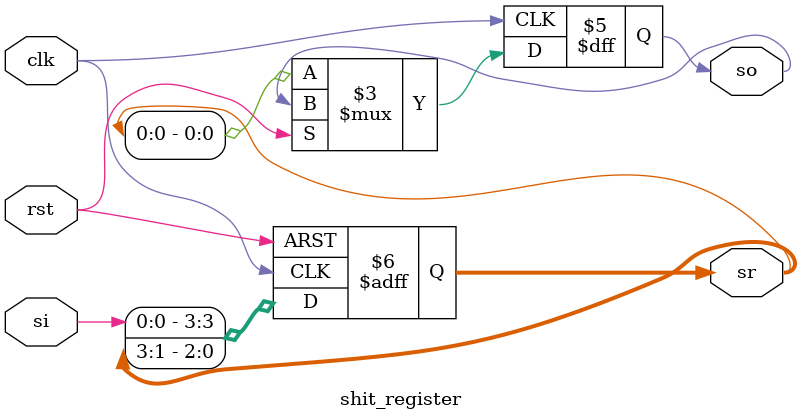
<source format=v>
`timescale 1ns / 1ps


module shit_register(input clk,rst,input si,output reg so, output reg [3:0] sr );

always @(posedge clk or posedge rst)
if (rst == 1)
sr = 4'b0000;
else
begin
sr[3]<=si;
sr[2]<=sr[3];
sr[1]<=sr[2];
sr[0]<=sr[1];
so<=sr[0];
end
endmodule

</source>
